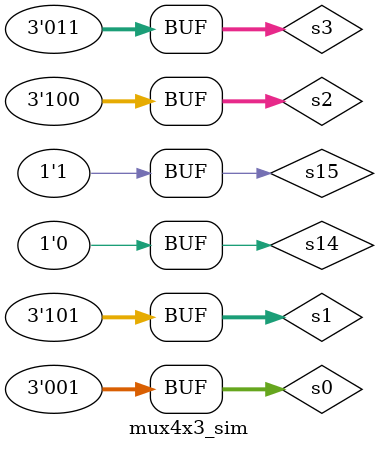
<source format=v>
`timescale 1ns / 1ps


module mux4x3_sim(

    );
    reg [2:0] s0 = 3'b000;
    reg [2:0] s1 = 3'b111;
    reg [2:0] s2 = 3'b010;
    reg [2:0] s3 = 3'b110;
    reg [0:0] s14 = 0;
    reg [0:0] s15 = 0;
    wire [2:0] led;
    
    mux4x3 u(.s0(s0), .s1(s1), .s2(s2), .s3(s3), .s14(s14), .s15(s15), .led(led));
    
    initial begin
    #100 s0 = 3'b001;
    #100 s14 = 1;
    #100 s1 = 3'b101;
    #100 s15 = 1;
    #100 s3 = 3'b011;
    #100 s14 = 0;
    #100 s2 = 3'b100;
    end
endmodule

</source>
